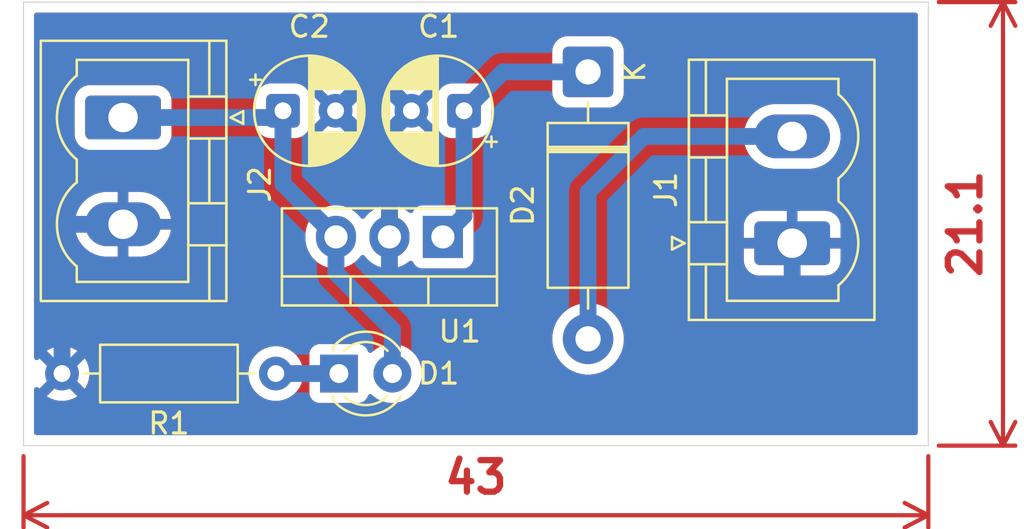
<source format=kicad_pcb>
(kicad_pcb (version 20241229) (generator "pcbnew") (generator_version "9.0")
  (layers (0 "F.Cu" signal) (2 "B.Cu" signal) (13 "F.Paste" user) (15 "B.Paste" user) (5 "F.SilkS" user "F.Silkscreen") (7 "B.SilkS" user "B.Silkscreen") (1 "F.Mask" user) (3 "B.Mask" user) (25 "Edge.Cuts" user))
  (net 0 "")
  (net 1 "Net-(D2-K)")
  (net 2 "GND")
  (net 3 "Net-(D1-A)")
  (net 4 "Net-(D1-K)")
  (net 5 "Net-(D2-A)")
  (footprint "Diode_THT:D_DO-15_P12.70mm_Horizontal" (layer "F.Cu") (at 125.6 91.65 -90)
    (property "Reference" "D2" (at 6.35 3.1 90) (layer "F.SilkS"))
    (property "Value" "D")
    (fp_line (start 1.44 0) (end 2.43 0) (stroke (width 0.12)) (layer "F.SilkS"))
    (fp_line (start 11.26 0) (end 10.27 0) (stroke (width 0.12)) (layer "F.SilkS"))
    (fp_line (start 3.57 -1.92) (end 3.57 1.92) (stroke (width 0.12)) (layer "F.SilkS"))
    (fp_line (start 3.69 -1.92) (end 3.69 1.92) (stroke (width 0.12)) (layer "F.SilkS"))
    (fp_line (start 3.81 -1.92) (end 3.81 1.92) (stroke (width 0.12)) (layer "F.SilkS"))
    (fp_rect (start 2.43 -1.92) (end 10.27 1.92) (stroke (width 0.12)) (fill no) (layer "F.SilkS"))
    (fp_text user "K" (at 0 -2.2 90) (layer "F.SilkS"))
    (pad "1" thru_hole roundrect (at 0 0 270) (size 2.4 2.4) (drill 1.2) (layers "*.Cu" "*.Mask") (roundrect_rratio 0.104167) (net 1 "Net-(D2-K)"))
    (pad "2" thru_hole circle (at 12.7 0 270) (size 2.4 2.4) (drill 1.2) (layers "*.Cu" "*.Mask") (net 5 "Net-(D2-A)"))
  )
  (footprint "LED_THT:LED_D3.0mm_FlatTop" (layer "F.Cu") (at 113.76 106)
    (property "Reference" "D1" (at 4.74 0 0) (layer "F.SilkS"))
    (property "Value" "LED")
    (fp_line (start -0.29 -1.236) (end -0.29 -1.08) (stroke (width 0.12)) (layer "F.SilkS"))
    (fp_line (start -0.29 1.08) (end -0.29 1.236) (stroke (width 0.12)) (layer "F.SilkS"))
    (fp_arc (start -0.29 -1.235516) (mid 1.36566 -1.987699) (end 2.941437 -1.08) (stroke (width 0.12)) (layer "F.SilkS"))
    (fp_arc (start 0.229039 -1.08) (mid 1.27 -1.5) (end 2.310961 -1.08) (stroke (width 0.12)) (layer "F.SilkS"))
    (fp_arc (start 2.310961 1.08) (mid 1.27 1.5) (end 0.229039 1.08) (stroke (width 0.12)) (layer "F.SilkS"))
    (fp_arc (start 2.941437 1.08) (mid 1.36566 1.987699) (end -0.29 1.235516) (stroke (width 0.12)) (layer "F.SilkS"))
    (pad "1" thru_hole rect (at 0 0) (size 1.8 1.8) (drill 0.9) (layers "*.Cu" "*.Mask") (net 4 "Net-(D1-K)"))
    (pad "2" thru_hole circle (at 2.54 0) (size 1.8 1.8) (drill 0.9) (layers "*.Cu" "*.Mask") (net 3 "Net-(D1-A)"))
  )
  (footprint "Connector_Phoenix_MSTB:PhoenixContact_MSTBVA_2,5_2-G-5,08_1x02_P5.08mm_Vertical" (layer "F.Cu") (at 103.5 93.82 -90)
    (property "Reference" "J2" (at 3.18 -6.5 90) (layer "F.SilkS"))
    (property "Value" "Conn_01x02_Socket")
    (fp_line (start -2.74 2.2) (end -2.74 -3.1) (stroke (width 0.12)) (layer "F.SilkS"))
    (fp_line (start -2 2.2) (end -2.74 2.2) (stroke (width 0.12)) (layer "F.SilkS"))
    (fp_line (start 2 2.2) (end 3.08 2.2) (stroke (width 0.12)) (layer "F.SilkS"))
    (fp_line (start 7.82 2.2) (end 7.08 2.2) (stroke (width 0.12)) (layer "F.SilkS"))
    (fp_line (start -2.74 -3.1) (end 7.82 -3.1) (stroke (width 0.12)) (layer "F.SilkS"))
    (fp_line (start 7.82 -3.1) (end 7.82 2.2) (stroke (width 0.12)) (layer "F.SilkS"))
    (fp_line (start -3.65 -4.1) (end -1.11 -4.1) (stroke (width 0.12)) (layer "F.SilkS"))
    (fp_line (start 1 -4.1) (end 4.08 -4.1) (stroke (width 0.12)) (layer "F.SilkS"))
    (fp_line (start 8.73 -4.1) (end 6.19 -4.1) (stroke (width 0.12)) (layer "F.SilkS"))
    (fp_line (start 0 -5.11) (end -0.3 -5.71) (stroke (width 0.12)) (layer "F.SilkS"))
    (fp_line (start -0.3 -5.71) (end 0.3 -5.71) (stroke (width 0.12)) (layer "F.SilkS"))
    (fp_line (start 0.3 -5.71) (end 0 -5.11) (stroke (width 0.12)) (layer "F.SilkS"))
    (fp_rect (start -3.65 -4.91) (end 8.73 3.91) (stroke (width 0.12)) (fill no) (layer "F.SilkS"))
    (fp_rect (start -1 -4.91) (end 1 -3.1) (stroke (width 0.12)) (fill no) (layer "F.SilkS"))
    (fp_rect (start 4.08 -4.91) (end 6.08 -3.1) (stroke (width 0.12)) (fill no) (layer "F.SilkS"))
    (fp_arc (start 1.986842 2.215821) (mid -0.010289 3.142758) (end -2 2.2) (stroke (width 0.12)) (layer "F.SilkS"))
    (fp_arc (start 7.066842 2.215821) (mid 5.069711 3.142758) (end 3.08 2.2) (stroke (width 0.12)) (layer "F.SilkS"))
    (pad "1" thru_hole roundrect (at 0 0 270) (size 2.08 3.6) (drill 1.4) (layers "*.Cu" "*.Mask") (roundrect_rratio 0.120192) (net 3 "Net-(D1-A)"))
    (pad "2" thru_hole oval (at 5.08 0 270) (size 2.08 3.6) (drill 1.4) (layers "*.Cu" "*.Mask") (net 2 "GND"))
  )
  (footprint "Resistor_THT:R_Axial_DIN0207_L6.3mm_D2.5mm_P10.16mm_Horizontal" (layer "F.Cu") (at 110.76 106 180)
    (property "Reference" "R1" (at 5.08 -2.37 0) (layer "F.SilkS"))
    (property "Value" "R")
    (fp_line (start 9.12 0) (end 8.35 0) (stroke (width 0.12)) (layer "F.SilkS"))
    (fp_line (start 1.04 0) (end 1.81 0) (stroke (width 0.12)) (layer "F.SilkS"))
    (fp_rect (start 1.81 -1.37) (end 8.35 1.37) (stroke (width 0.12)) (fill no) (layer "F.SilkS"))
    (pad "1" thru_hole circle (at 0 0 180) (size 1.6 1.6) (drill 0.8) (layers "*.Cu" "*.Mask") (net 4 "Net-(D1-K)"))
    (pad "2" thru_hole circle (at 10.16 0 180) (size 1.6 1.6) (drill 0.8) (layers "*.Cu" "*.Mask") (net 2 "GND"))
  )
  (footprint "Connector_Phoenix_MSTB:PhoenixContact_MSTBVA_2,5_2-G-5,08_1x02_P5.08mm_Vertical" (layer "F.Cu") (at 135.3 99.8 90)
    (property "Reference" "J1" (at 2.54 -6 90) (layer "F.SilkS"))
    (property "Value" "Conn_01x02_Socket")
    (fp_line (start 0.3 -5.71) (end 0 -5.11) (stroke (width 0.12)) (layer "F.SilkS"))
    (fp_line (start -0.3 -5.71) (end 0.3 -5.71) (stroke (width 0.12)) (layer "F.SilkS"))
    (fp_line (start 0 -5.11) (end -0.3 -5.71) (stroke (width 0.12)) (layer "F.SilkS"))
    (fp_line (start 8.73 -4.1) (end 6.19 -4.1) (stroke (width 0.12)) (layer "F.SilkS"))
    (fp_line (start 1 -4.1) (end 4.08 -4.1) (stroke (width 0.12)) (layer "F.SilkS"))
    (fp_line (start -3.65 -4.1) (end -1.11 -4.1) (stroke (width 0.12)) (layer "F.SilkS"))
    (fp_line (start 7.82 -3.1) (end 7.82 2.2) (stroke (width 0.12)) (layer "F.SilkS"))
    (fp_line (start -2.74 -3.1) (end 7.82 -3.1) (stroke (width 0.12)) (layer "F.SilkS"))
    (fp_line (start 7.82 2.2) (end 7.08 2.2) (stroke (width 0.12)) (layer "F.SilkS"))
    (fp_line (start 2 2.2) (end 3.08 2.2) (stroke (width 0.12)) (layer "F.SilkS"))
    (fp_line (start -2 2.2) (end -2.74 2.2) (stroke (width 0.12)) (layer "F.SilkS"))
    (fp_line (start -2.74 2.2) (end -2.74 -3.1) (stroke (width 0.12)) (layer "F.SilkS"))
    (fp_rect (start 4.08 -4.91) (end 6.08 -3.1) (stroke (width 0.12)) (fill no) (layer "F.SilkS"))
    (fp_rect (start -1 -4.91) (end 1 -3.1) (stroke (width 0.12)) (fill no) (layer "F.SilkS"))
    (fp_rect (start -3.65 -4.91) (end 8.73 3.91) (stroke (width 0.12)) (fill no) (layer "F.SilkS"))
    (fp_arc (start 7.066842 2.215821) (mid 5.069711 3.142758) (end 3.08 2.2) (stroke (width 0.12)) (layer "F.SilkS"))
    (fp_arc (start 1.986842 2.215821) (mid -0.010289 3.142758) (end -2 2.2) (stroke (width 0.12)) (layer "F.SilkS"))
    (pad "1" thru_hole roundrect (at 0 0 90) (size 2.08 3.6) (drill 1.4) (layers "*.Cu" "*.Mask") (roundrect_rratio 0.120192) (net 2 "GND"))
    (pad "2" thru_hole oval (at 5.08 0 90) (size 2.08 3.6) (drill 1.4) (layers "*.Cu" "*.Mask") (net 5 "Net-(D2-A)"))
  )
  (footprint "Capacitor_THT:CP_Radial_D5.0mm_P2.50mm" (layer "F.Cu") (at 119.7051 93.5 180)
    (property "Reference" "C1" (at 1.2051 4 0) (layer "F.SilkS"))
    (property "Value" "100uF/25v")
    (fp_line (start 3.85 -0.283) (end 3.85 0.283) (stroke (width 0.12)) (layer "F.SilkS"))
    (fp_line (start 3.81 -0.517) (end 3.81 0.517) (stroke (width 0.12)) (layer "F.SilkS"))
    (fp_line (start 3.77 -0.677) (end 3.77 0.677) (stroke (width 0.12)) (layer "F.SilkS"))
    (fp_line (start 3.73 -0.805) (end 3.73 0.805) (stroke (width 0.12)) (layer "F.SilkS"))
    (fp_line (start 3.69 -0.914) (end 3.69 0.914) (stroke (width 0.12)) (layer "F.SilkS"))
    (fp_line (start 3.65 -1.011) (end 3.65 1.011) (stroke (width 0.12)) (layer "F.SilkS"))
    (fp_line (start 3.61 -1.098) (end 3.61 1.098) (stroke (width 0.12)) (layer "F.SilkS"))
    (fp_line (start 3.57 -1.177) (end 3.57 1.177) (stroke (width 0.12)) (layer "F.SilkS"))
    (fp_line (start 3.53 1.04) (end 3.53 1.251) (stroke (width 0.12)) (layer "F.SilkS"))
    (fp_line (start 3.53 -1.251) (end 3.53 -1.04) (stroke (width 0.12)) (layer "F.SilkS"))
    (fp_line (start 3.49 1.04) (end 3.49 1.319) (stroke (width 0.12)) (layer "F.SilkS"))
    (fp_line (start 3.49 -1.319) (end 3.49 -1.04) (stroke (width 0.12)) (layer "F.SilkS"))
    (fp_line (start 3.45 1.04) (end 3.45 1.383) (stroke (width 0.12)) (layer "F.SilkS"))
    (fp_line (start 3.45 -1.383) (end 3.45 -1.04) (stroke (width 0.12)) (layer "F.SilkS"))
    (fp_line (start 3.41 1.04) (end 3.41 1.443) (stroke (width 0.12)) (layer "F.SilkS"))
    (fp_line (start 3.41 -1.443) (end 3.41 -1.04) (stroke (width 0.12)) (layer "F.SilkS"))
    (fp_line (start 3.37 1.04) (end 3.37 1.499) (stroke (width 0.12)) (layer "F.SilkS"))
    (fp_line (start 3.37 -1.499) (end 3.37 -1.04) (stroke (width 0.12)) (layer "F.SilkS"))
    (fp_line (start 3.33 1.04) (end 3.33 1.553) (stroke (width 0.12)) (layer "F.SilkS"))
    (fp_line (start 3.33 -1.553) (end 3.33 -1.04) (stroke (width 0.12)) (layer "F.SilkS"))
    (fp_line (start 3.29 1.04) (end 3.29 1.604) (stroke (width 0.12)) (layer "F.SilkS"))
    (fp_line (start 3.29 -1.604) (end 3.29 -1.04) (stroke (width 0.12)) (layer "F.SilkS"))
    (fp_line (start 3.25 1.04) (end 3.25 1.652) (stroke (width 0.12)) (layer "F.SilkS"))
    (fp_line (start 3.25 -1.652) (end 3.25 -1.04) (stroke (width 0.12)) (layer "F.SilkS"))
    (fp_line (start 3.21 1.04) (end 3.21 1.699) (stroke (width 0.12)) (layer "F.SilkS"))
    (fp_line (start 3.21 -1.699) (end 3.21 -1.04) (stroke (width 0.12)) (layer "F.SilkS"))
    (fp_line (start 3.17 1.04) (end 3.17 1.743) (stroke (width 0.12)) (layer "F.SilkS"))
    (fp_line (start 3.17 -1.743) (end 3.17 -1.04) (stroke (width 0.12)) (layer "F.SilkS"))
    (fp_line (start 3.13 1.04) (end 3.13 1.785) (stroke (width 0.12)) (layer "F.SilkS"))
    (fp_line (start 3.13 -1.785) (end 3.13 -1.04) (stroke (width 0.12)) (layer "F.SilkS"))
    (fp_line (start 3.09 1.04) (end 3.09 1.825) (stroke (width 0.12)) (layer "F.SilkS"))
    (fp_line (start 3.09 -1.825) (end 3.09 -1.04) (stroke (width 0.12)) (layer "F.SilkS"))
    (fp_line (start 3.05 1.04) (end 3.05 1.864) (stroke (width 0.12)) (layer "F.SilkS"))
    (fp_line (start 3.05 -1.864) (end 3.05 -1.04) (stroke (width 0.12)) (layer "F.SilkS"))
    (fp_line (start 3.01 1.04) (end 3.01 1.901) (stroke (width 0.12)) (layer "F.SilkS"))
    (fp_line (start 3.01 -1.901) (end 3.01 -1.04) (stroke (width 0.12)) (layer "F.SilkS"))
    (fp_line (start 2.97 1.04) (end 2.97 1.936) (stroke (width 0.12)) (layer "F.SilkS"))
    (fp_line (start 2.97 -1.936) (end 2.97 -1.04) (stroke (width 0.12)) (layer "F.SilkS"))
    (fp_line (start 2.93 1.04) (end 2.93 1.97) (stroke (width 0.12)) (layer "F.SilkS"))
    (fp_line (start 2.93 -1.97) (end 2.93 -1.04) (stroke (width 0.12)) (layer "F.SilkS"))
    (fp_line (start 2.89 1.04) (end 2.89 2.003) (stroke (width 0.12)) (layer "F.SilkS"))
    (fp_line (start 2.89 -2.003) (end 2.89 -1.04) (stroke (width 0.12)) (layer "F.SilkS"))
    (fp_line (start 2.85 1.04) (end 2.85 2.035) (stroke (width 0.12)) (layer "F.SilkS"))
    (fp_line (start 2.85 -2.035) (end 2.85 -1.04) (stroke (width 0.12)) (layer "F.SilkS"))
    (fp_line (start 2.81 1.04) (end 2.81 2.065) (stroke (width 0.12)) (layer "F.SilkS"))
    (fp_line (start 2.81 -2.065) (end 2.81 -1.04) (stroke (width 0.12)) (layer "F.SilkS"))
    (fp_line (start 2.77 1.04) (end 2.77 2.094) (stroke (width 0.12)) (layer "F.SilkS"))
    (fp_line (start 2.77 -2.094) (end 2.77 -1.04) (stroke (width 0.12)) (layer "F.SilkS"))
    (fp_line (start 2.73 1.04) (end 2.73 2.122) (stroke (width 0.12)) (layer "F.SilkS"))
    (fp_line (start 2.73 -2.122) (end 2.73 -1.04) (stroke (width 0.12)) (layer "F.SilkS"))
    (fp_line (start 2.69 1.04) (end 2.69 2.149) (stroke (width 0.12)) (layer "F.SilkS"))
    (fp_line (start 2.69 -2.149) (end 2.69 -1.04) (stroke (width 0.12)) (layer "F.SilkS"))
    (fp_line (start 2.65 1.04) (end 2.65 2.175) (stroke (width 0.12)) (layer "F.SilkS"))
    (fp_line (start 2.65 -2.175) (end 2.65 -1.04) (stroke (width 0.12)) (layer "F.SilkS"))
    (fp_line (start 2.61 1.04) (end 2.61 2.199) (stroke (width 0.12)) (layer "F.SilkS"))
    (fp_line (start 2.61 -2.199) (end 2.61 -1.04) (stroke (width 0.12)) (layer "F.SilkS"))
    (fp_line (start 2.57 1.04) (end 2.57 2.223) (stroke (width 0.12)) (layer "F.SilkS"))
    (fp_line (start 2.57 -2.223) (end 2.57 -1.04) (stroke (width 0.12)) (layer "F.SilkS"))
    (fp_line (start 2.53 1.04) (end 2.53 2.246) (stroke (width 0.12)) (layer "F.SilkS"))
    (fp_line (start 2.53 -2.246) (end 2.53 -1.04) (stroke (width 0.12)) (layer "F.SilkS"))
    (fp_line (start 2.49 1.04) (end 2.49 2.268) (stroke (width 0.12)) (layer "F.SilkS"))
    (fp_line (start 2.49 -2.268) (end 2.49 -1.04) (stroke (width 0.12)) (layer "F.SilkS"))
    (fp_line (start 2.45 1.04) (end 2.45 2.289) (stroke (width 0.12)) (layer "F.SilkS"))
    (fp_line (start 2.45 -2.289) (end 2.45 -1.04) (stroke (width 0.12)) (layer "F.SilkS"))
    (fp_line (start 2.41 1.04) (end 2.41 2.309) (stroke (width 0.12)) (layer "F.SilkS"))
    (fp_line (start 2.41 -2.309) (end 2.41 -1.04) (stroke (width 0.12)) (layer "F.SilkS"))
    (fp_line (start 2.37 1.04) (end 2.37 2.329) (stroke (width 0.12)) (layer "F.SilkS"))
    (fp_line (start 2.37 -2.329) (end 2.37 -1.04) (stroke (width 0.12)) (layer "F.SilkS"))
    (fp_line (start 2.33 1.04) (end 2.33 2.347) (stroke (width 0.12)) (layer "F.SilkS"))
    (fp_line (start 2.33 -2.347) (end 2.33 -1.04) (stroke (width 0.12)) (layer "F.SilkS"))
    (fp_line (start 2.29 1.04) (end 2.29 2.365) (stroke (width 0.12)) (layer "F.SilkS"))
    (fp_line (start 2.29 -2.365) (end 2.29 -1.04) (stroke (width 0.12)) (layer "F.SilkS"))
    (fp_line (start 2.25 1.04) (end 2.25 2.382) (stroke (width 0.12)) (layer "F.SilkS"))
    (fp_line (start 2.25 -2.382) (end 2.25 -1.04) (stroke (width 0.12)) (layer "F.SilkS"))
    (fp_line (start 2.21 1.04) (end 2.21 2.398) (stroke (width 0.12)) (layer "F.SilkS"))
    (fp_line (start 2.21 -2.398) (end 2.21 -1.04) (stroke (width 0.12)) (layer "F.SilkS"))
    (fp_line (start 2.17 1.04) (end 2.17 2.413) (stroke (width 0.12)) (layer "F.SilkS"))
    (fp_line (start 2.17 -2.413) (end 2.17 -1.04) (stroke (width 0.12)) (layer "F.SilkS"))
    (fp_line (start 2.13 1.04) (end 2.13 2.428) (stroke (width 0.12)) (layer "F.SilkS"))
    (fp_line (start 2.13 -2.428) (end 2.13 -1.04) (stroke (width 0.12)) (layer "F.SilkS"))
    (fp_line (start 2.09 1.04) (end 2.09 2.442) (stroke (width 0.12)) (layer "F.SilkS"))
    (fp_line (start 2.09 -2.442) (end 2.09 -1.04) (stroke (width 0.12)) (layer "F.SilkS"))
    (fp_line (start 2.05 1.04) (end 2.05 2.455) (stroke (width 0.12)) (layer "F.SilkS"))
    (fp_line (start 2.05 -2.455) (end 2.05 -1.04) (stroke (width 0.12)) (layer "F.SilkS"))
    (fp_line (start 2.01 1.04) (end 2.01 2.467) (stroke (width 0.12)) (layer "F.SilkS"))
    (fp_line (start 2.01 -2.467) (end 2.01 -1.04) (stroke (width 0.12)) (layer "F.SilkS"))
    (fp_line (start 1.97 1.04) (end 1.97 2.479) (stroke (width 0.12)) (layer "F.SilkS"))
    (fp_line (start 1.97 -2.479) (end 1.97 -1.04) (stroke (width 0.12)) (layer "F.SilkS"))
    (fp_line (start 1.93 1.04) (end 1.93 2.49) (stroke (width 0.12)) (layer "F.SilkS"))
    (fp_line (start 1.93 -2.49) (end 1.93 -1.04) (stroke (width 0.12)) (layer "F.SilkS"))
    (fp_line (start 1.89 1.04) (end 1.89 2.501) (stroke (width 0.12)) (layer "F.SilkS"))
    (fp_line (start 1.89 -2.501) (end 1.89 -1.04) (stroke (width 0.12)) (layer "F.SilkS"))
    (fp_line (start 1.85 1.04) (end 1.85 2.51) (stroke (width 0.12)) (layer "F.SilkS"))
    (fp_line (start 1.85 -2.51) (end 1.85 -1.04) (stroke (width 0.12)) (layer "F.SilkS"))
    (fp_line (start 1.81 1.04) (end 1.81 2.519) (stroke (width 0.12)) (layer "F.SilkS"))
    (fp_line (start 1.81 -2.519) (end 1.81 -1.04) (stroke (width 0.12)) (layer "F.SilkS"))
    (fp_line (start 1.77 1.04) (end 1.77 2.528) (stroke (width 0.12)) (layer "F.SilkS"))
    (fp_line (start 1.77 -2.528) (end 1.77 -1.04) (stroke (width 0.12)) (layer "F.SilkS"))
    (fp_line (start 1.73 1.04) (end 1.73 2.536) (stroke (width 0.12)) (layer "F.SilkS"))
    (fp_line (start 1.73 -2.536) (end 1.73 -1.04) (stroke (width 0.12)) (layer "F.SilkS"))
    (fp_line (start 1.69 1.04) (end 1.69 2.543) (stroke (width 0.12)) (layer "F.SilkS"))
    (fp_line (start 1.69 -2.543) (end 1.69 -1.04) (stroke (width 0.12)) (layer "F.SilkS"))
    (fp_line (start 1.65 1.04) (end 1.65 2.549) (stroke (width 0.12)) (layer "F.SilkS"))
    (fp_line (start 1.65 -2.549) (end 1.65 -1.04) (stroke (width 0.12)) (layer "F.SilkS"))
    (fp_line (start 1.61 1.04) (end 1.61 2.555) (stroke (width 0.12)) (layer "F.SilkS"))
    (fp_line (start 1.61 -2.555) (end 1.61 -1.04) (stroke (width 0.12)) (layer "F.SilkS"))
    (fp_line (start 1.57 1.04) (end 1.57 2.56) (stroke (width 0.12)) (layer "F.SilkS"))
    (fp_line (start 1.57 -2.56) (end 1.57 -1.04) (stroke (width 0.12)) (layer "F.SilkS"))
    (fp_line (start 1.53 1.04) (end 1.53 2.565) (stroke (width 0.12)) (layer "F.SilkS"))
    (fp_line (start 1.53 -2.565) (end 1.53 -1.04) (stroke (width 0.12)) (layer "F.SilkS"))
    (fp_line (start 1.49 1.04) (end 1.49 2.569) (stroke (width 0.12)) (layer "F.SilkS"))
    (fp_line (start 1.49 -2.569) (end 1.49 -1.04) (stroke (width 0.12)) (layer "F.SilkS"))
    (fp_line (start 1.45 -2.572) (end 1.45 2.572) (stroke (width 0.12)) (layer "F.SilkS"))
    (fp_line (start 1.41 -2.575) (end 1.41 2.575) (stroke (width 0.12)) (layer "F.SilkS"))
    (fp_line (start 1.37 -2.577) (end 1.37 2.577) (stroke (width 0.12)) (layer "F.SilkS"))
    (fp_line (start 1.33 -2.579) (end 1.33 2.579) (stroke (width 0.12)) (layer "F.SilkS"))
    (fp_line (start 1.29 -2.58) (end 1.29 2.58) (stroke (width 0.12)) (layer "F.SilkS"))
    (fp_line (start 1.25 -2.58) (end 1.25 2.58) (stroke (width 0.12)) (layer "F.SilkS"))
    (fp_line (start -1.304775 -1.725) (end -1.304775 -1.225) (stroke (width 0.12)) (layer "F.SilkS"))
    (fp_line (start -1.554775 -1.475) (end -1.054775 -1.475) (stroke (width 0.12)) (layer "F.SilkS"))
    (fp_circle (center 1.25 0) (end 3.87 0) (stroke (width 0.12)) (fill no) (layer "F.SilkS"))
    (pad "1" thru_hole roundrect (at 0 0 180) (size 1.6 1.6) (drill 0.8) (layers "*.Cu" "*.Mask") (roundrect_rratio 0.15625) (net 1 "Net-(D2-K)"))
    (pad "2" thru_hole circle (at 2.5 0 180) (size 1.6 1.6) (drill 0.8) (layers "*.Cu" "*.Mask") (net 2 "GND"))
  )
  (footprint "Capacitor_THT:CP_Radial_D5.0mm_P2.50mm" (layer "F.Cu") (at 111.1 93.5)
    (property "Reference" "C2" (at 1.25 -4 0) (layer "F.SilkS"))
    (property "Value" "10uF/10v")
    (fp_line (start -1.554775 -1.475) (end -1.054775 -1.475) (stroke (width 0.12)) (layer "F.SilkS"))
    (fp_line (start -1.304775 -1.725) (end -1.304775 -1.225) (stroke (width 0.12)) (layer "F.SilkS"))
    (fp_line (start 1.25 -2.58) (end 1.25 2.58) (stroke (width 0.12)) (layer "F.SilkS"))
    (fp_line (start 1.29 -2.58) (end 1.29 2.58) (stroke (width 0.12)) (layer "F.SilkS"))
    (fp_line (start 1.33 -2.579) (end 1.33 2.579) (stroke (width 0.12)) (layer "F.SilkS"))
    (fp_line (start 1.37 -2.577) (end 1.37 2.577) (stroke (width 0.12)) (layer "F.SilkS"))
    (fp_line (start 1.41 -2.575) (end 1.41 2.575) (stroke (width 0.12)) (layer "F.SilkS"))
    (fp_line (start 1.45 -2.572) (end 1.45 2.572) (stroke (width 0.12)) (layer "F.SilkS"))
    (fp_line (start 1.49 -2.569) (end 1.49 -1.04) (stroke (width 0.12)) (layer "F.SilkS"))
    (fp_line (start 1.49 1.04) (end 1.49 2.569) (stroke (width 0.12)) (layer "F.SilkS"))
    (fp_line (start 1.53 -2.565) (end 1.53 -1.04) (stroke (width 0.12)) (layer "F.SilkS"))
    (fp_line (start 1.53 1.04) (end 1.53 2.565) (stroke (width 0.12)) (layer "F.SilkS"))
    (fp_line (start 1.57 -2.56) (end 1.57 -1.04) (stroke (width 0.12)) (layer "F.SilkS"))
    (fp_line (start 1.57 1.04) (end 1.57 2.56) (stroke (width 0.12)) (layer "F.SilkS"))
    (fp_line (start 1.61 -2.555) (end 1.61 -1.04) (stroke (width 0.12)) (layer "F.SilkS"))
    (fp_line (start 1.61 1.04) (end 1.61 2.555) (stroke (width 0.12)) (layer "F.SilkS"))
    (fp_line (start 1.65 -2.549) (end 1.65 -1.04) (stroke (width 0.12)) (layer "F.SilkS"))
    (fp_line (start 1.65 1.04) (end 1.65 2.549) (stroke (width 0.12)) (layer "F.SilkS"))
    (fp_line (start 1.69 -2.543) (end 1.69 -1.04) (stroke (width 0.12)) (layer "F.SilkS"))
    (fp_line (start 1.69 1.04) (end 1.69 2.543) (stroke (width 0.12)) (layer "F.SilkS"))
    (fp_line (start 1.73 -2.536) (end 1.73 -1.04) (stroke (width 0.12)) (layer "F.SilkS"))
    (fp_line (start 1.73 1.04) (end 1.73 2.536) (stroke (width 0.12)) (layer "F.SilkS"))
    (fp_line (start 1.77 -2.528) (end 1.77 -1.04) (stroke (width 0.12)) (layer "F.SilkS"))
    (fp_line (start 1.77 1.04) (end 1.77 2.528) (stroke (width 0.12)) (layer "F.SilkS"))
    (fp_line (start 1.81 -2.519) (end 1.81 -1.04) (stroke (width 0.12)) (layer "F.SilkS"))
    (fp_line (start 1.81 1.04) (end 1.81 2.519) (stroke (width 0.12)) (layer "F.SilkS"))
    (fp_line (start 1.85 -2.51) (end 1.85 -1.04) (stroke (width 0.12)) (layer "F.SilkS"))
    (fp_line (start 1.85 1.04) (end 1.85 2.51) (stroke (width 0.12)) (layer "F.SilkS"))
    (fp_line (start 1.89 -2.501) (end 1.89 -1.04) (stroke (width 0.12)) (layer "F.SilkS"))
    (fp_line (start 1.89 1.04) (end 1.89 2.501) (stroke (width 0.12)) (layer "F.SilkS"))
    (fp_line (start 1.93 -2.49) (end 1.93 -1.04) (stroke (width 0.12)) (layer "F.SilkS"))
    (fp_line (start 1.93 1.04) (end 1.93 2.49) (stroke (width 0.12)) (layer "F.SilkS"))
    (fp_line (start 1.97 -2.479) (end 1.97 -1.04) (stroke (width 0.12)) (layer "F.SilkS"))
    (fp_line (start 1.97 1.04) (end 1.97 2.479) (stroke (width 0.12)) (layer "F.SilkS"))
    (fp_line (start 2.01 -2.467) (end 2.01 -1.04) (stroke (width 0.12)) (layer "F.SilkS"))
    (fp_line (start 2.01 1.04) (end 2.01 2.467) (stroke (width 0.12)) (layer "F.SilkS"))
    (fp_line (start 2.05 -2.455) (end 2.05 -1.04) (stroke (width 0.12)) (layer "F.SilkS"))
    (fp_line (start 2.05 1.04) (end 2.05 2.455) (stroke (width 0.12)) (layer "F.SilkS"))
    (fp_line (start 2.09 -2.442) (end 2.09 -1.04) (stroke (width 0.12)) (layer "F.SilkS"))
    (fp_line (start 2.09 1.04) (end 2.09 2.442) (stroke (width 0.12)) (layer "F.SilkS"))
    (fp_line (start 2.13 -2.428) (end 2.13 -1.04) (stroke (width 0.12)) (layer "F.SilkS"))
    (fp_line (start 2.13 1.04) (end 2.13 2.428) (stroke (width 0.12)) (layer "F.SilkS"))
    (fp_line (start 2.17 -2.413) (end 2.17 -1.04) (stroke (width 0.12)) (layer "F.SilkS"))
    (fp_line (start 2.17 1.04) (end 2.17 2.413) (stroke (width 0.12)) (layer "F.SilkS"))
    (fp_line (start 2.21 -2.398) (end 2.21 -1.04) (stroke (width 0.12)) (layer "F.SilkS"))
    (fp_line (start 2.21 1.04) (end 2.21 2.398) (stroke (width 0.12)) (layer "F.SilkS"))
    (fp_line (start 2.25 -2.382) (end 2.25 -1.04) (stroke (width 0.12)) (layer "F.SilkS"))
    (fp_line (start 2.25 1.04) (end 2.25 2.382) (stroke (width 0.12)) (layer "F.SilkS"))
    (fp_line (start 2.29 -2.365) (end 2.29 -1.04) (stroke (width 0.12)) (layer "F.SilkS"))
    (fp_line (start 2.29 1.04) (end 2.29 2.365) (stroke (width 0.12)) (layer "F.SilkS"))
    (fp_line (start 2.33 -2.347) (end 2.33 -1.04) (stroke (width 0.12)) (layer "F.SilkS"))
    (fp_line (start 2.33 1.04) (end 2.33 2.347) (stroke (width 0.12)) (layer "F.SilkS"))
    (fp_line (start 2.37 -2.329) (end 2.37 -1.04) (stroke (width 0.12)) (layer "F.SilkS"))
    (fp_line (start 2.37 1.04) (end 2.37 2.329) (stroke (width 0.12)) (layer "F.SilkS"))
    (fp_line (start 2.41 -2.309) (end 2.41 -1.04) (stroke (width 0.12)) (layer "F.SilkS"))
    (fp_line (start 2.41 1.04) (end 2.41 2.309) (stroke (width 0.12)) (layer "F.SilkS"))
    (fp_line (start 2.45 -2.289) (end 2.45 -1.04) (stroke (width 0.12)) (layer "F.SilkS"))
    (fp_line (start 2.45 1.04) (end 2.45 2.289) (stroke (width 0.12)) (layer "F.SilkS"))
    (fp_line (start 2.49 -2.268) (end 2.49 -1.04) (stroke (width 0.12)) (layer "F.SilkS"))
    (fp_line (start 2.49 1.04) (end 2.49 2.268) (stroke (width 0.12)) (layer "F.SilkS"))
    (fp_line (start 2.53 -2.246) (end 2.53 -1.04) (stroke (width 0.12)) (layer "F.SilkS"))
    (fp_line (start 2.53 1.04) (end 2.53 2.246) (stroke (width 0.12)) (layer "F.SilkS"))
    (fp_line (start 2.57 -2.223) (end 2.57 -1.04) (stroke (width 0.12)) (layer "F.SilkS"))
    (fp_line (start 2.57 1.04) (end 2.57 2.223) (stroke (width 0.12)) (layer "F.SilkS"))
    (fp_line (start 2.61 -2.199) (end 2.61 -1.04) (stroke (width 0.12)) (layer "F.SilkS"))
    (fp_line (start 2.61 1.04) (end 2.61 2.199) (stroke (width 0.12)) (layer "F.SilkS"))
    (fp_line (start 2.65 -2.175) (end 2.65 -1.04) (stroke (width 0.12)) (layer "F.SilkS"))
    (fp_line (start 2.65 1.04) (end 2.65 2.175) (stroke (width 0.12)) (layer "F.SilkS"))
    (fp_line (start 2.69 -2.149) (end 2.69 -1.04) (stroke (width 0.12)) (layer "F.SilkS"))
    (fp_line (start 2.69 1.04) (end 2.69 2.149) (stroke (width 0.12)) (layer "F.SilkS"))
    (fp_line (start 2.73 -2.122) (end 2.73 -1.04) (stroke (width 0.12)) (layer "F.SilkS"))
    (fp_line (start 2.73 1.04) (end 2.73 2.122) (stroke (width 0.12)) (layer "F.SilkS"))
    (fp_line (start 2.77 -2.094) (end 2.77 -1.04) (stroke (width 0.12)) (layer "F.SilkS"))
    (fp_line (start 2.77 1.04) (end 2.77 2.094) (stroke (width 0.12)) (layer "F.SilkS"))
    (fp_line (start 2.81 -2.065) (end 2.81 -1.04) (stroke (width 0.12)) (layer "F.SilkS"))
    (fp_line (start 2.81 1.04) (end 2.81 2.065) (stroke (width 0.12)) (layer "F.SilkS"))
    (fp_line (start 2.85 -2.035) (end 2.85 -1.04) (stroke (width 0.12)) (layer "F.SilkS"))
    (fp_line (start 2.85 1.04) (end 2.85 2.035) (stroke (width 0.12)) (layer "F.SilkS"))
    (fp_line (start 2.89 -2.003) (end 2.89 -1.04) (stroke (width 0.12)) (layer "F.SilkS"))
    (fp_line (start 2.89 1.04) (end 2.89 2.003) (stroke (width 0.12)) (layer "F.SilkS"))
    (fp_line (start 2.93 -1.97) (end 2.93 -1.04) (stroke (width 0.12)) (layer "F.SilkS"))
    (fp_line (start 2.93 1.04) (end 2.93 1.97) (stroke (width 0.12)) (layer "F.SilkS"))
    (fp_line (start 2.97 -1.936) (end 2.97 -1.04) (stroke (width 0.12)) (layer "F.SilkS"))
    (fp_line (start 2.97 1.04) (end 2.97 1.936) (stroke (width 0.12)) (layer "F.SilkS"))
    (fp_line (start 3.01 -1.901) (end 3.01 -1.04) (stroke (width 0.12)) (layer "F.SilkS"))
    (fp_line (start 3.01 1.04) (end 3.01 1.901) (stroke (width 0.12)) (layer "F.SilkS"))
    (fp_line (start 3.05 -1.864) (end 3.05 -1.04) (stroke (width 0.12)) (layer "F.SilkS"))
    (fp_line (start 3.05 1.04) (end 3.05 1.864) (stroke (width 0.12)) (layer "F.SilkS"))
    (fp_line (start 3.09 -1.825) (end 3.09 -1.04) (stroke (width 0.12)) (layer "F.SilkS"))
    (fp_line (start 3.09 1.04) (end 3.09 1.825) (stroke (width 0.12)) (layer "F.SilkS"))
    (fp_line (start 3.13 -1.785) (end 3.13 -1.04) (stroke (width 0.12)) (layer "F.SilkS"))
    (fp_line (start 3.13 1.04) (end 3.13 1.785) (stroke (width 0.12)) (layer "F.SilkS"))
    (fp_line (start 3.17 -1.743) (end 3.17 -1.04) (stroke (width 0.12)) (layer "F.SilkS"))
    (fp_line (start 3.17 1.04) (end 3.17 1.743) (stroke (width 0.12)) (layer "F.SilkS"))
    (fp_line (start 3.21 -1.699) (end 3.21 -1.04) (stroke (width 0.12)) (layer "F.SilkS"))
    (fp_line (start 3.21 1.04) (end 3.21 1.699) (stroke (width 0.12)) (layer "F.SilkS"))
    (fp_line (start 3.25 -1.652) (end 3.25 -1.04) (stroke (width 0.12)) (layer "F.SilkS"))
    (fp_line (start 3.25 1.04) (end 3.25 1.652) (stroke (width 0.12)) (layer "F.SilkS"))
    (fp_line (start 3.29 -1.604) (end 3.29 -1.04) (stroke (width 0.12)) (layer "F.SilkS"))
    (fp_line (start 3.29 1.04) (end 3.29 1.604) (stroke (width 0.12)) (layer "F.SilkS"))
    (fp_line (start 3.33 -1.553) (end 3.33 -1.04) (stroke (width 0.12)) (layer "F.SilkS"))
    (fp_line (start 3.33 1.04) (end 3.33 1.553) (stroke (width 0.12)) (layer "F.SilkS"))
    (fp_line (start 3.37 -1.499) (end 3.37 -1.04) (stroke (width 0.12)) (layer "F.SilkS"))
    (fp_line (start 3.37 1.04) (end 3.37 1.499) (stroke (width 0.12)) (layer "F.SilkS"))
    (fp_line (start 3.41 -1.443) (end 3.41 -1.04) (stroke (width 0.12)) (layer "F.SilkS"))
    (fp_line (start 3.41 1.04) (end 3.41 1.443) (stroke (width 0.12)) (layer "F.SilkS"))
    (fp_line (start 3.45 -1.383) (end 3.45 -1.04) (stroke (width 0.12)) (layer "F.SilkS"))
    (fp_line (start 3.45 1.04) (end 3.45 1.383) (stroke (width 0.12)) (layer "F.SilkS"))
    (fp_line (start 3.49 -1.319) (end 3.49 -1.04) (stroke (width 0.12)) (layer "F.SilkS"))
    (fp_line (start 3.49 1.04) (end 3.49 1.319) (stroke (width 0.12)) (layer "F.SilkS"))
    (fp_line (start 3.53 -1.251) (end 3.53 -1.04) (stroke (width 0.12)) (layer "F.SilkS"))
    (fp_line (start 3.53 1.04) (end 3.53 1.251) (stroke (width 0.12)) (layer "F.SilkS"))
    (fp_line (start 3.57 -1.177) (end 3.57 1.177) (stroke (width 0.12)) (layer "F.SilkS"))
    (fp_line (start 3.61 -1.098) (end 3.61 1.098) (stroke (width 0.12)) (layer "F.SilkS"))
    (fp_line (start 3.65 -1.011) (end 3.65 1.011) (stroke (width 0.12)) (layer "F.SilkS"))
    (fp_line (start 3.69 -0.914) (end 3.69 0.914) (stroke (width 0.12)) (layer "F.SilkS"))
    (fp_line (start 3.73 -0.805) (end 3.73 0.805) (stroke (width 0.12)) (layer "F.SilkS"))
    (fp_line (start 3.77 -0.677) (end 3.77 0.677) (stroke (width 0.12)) (layer "F.SilkS"))
    (fp_line (start 3.81 -0.517) (end 3.81 0.517) (stroke (width 0.12)) (layer "F.SilkS"))
    (fp_line (start 3.85 -0.283) (end 3.85 0.283) (stroke (width 0.12)) (layer "F.SilkS"))
    (fp_circle (center 1.25 0) (end 3.87 0) (stroke (width 0.12)) (fill no) (layer "F.SilkS"))
    (pad "1" thru_hole roundrect (at 0 0) (size 1.6 1.6) (drill 0.8) (layers "*.Cu" "*.Mask") (roundrect_rratio 0.15625) (net 3 "Net-(D1-A)"))
    (pad "2" thru_hole circle (at 2.5 0) (size 1.6 1.6) (drill 0.8) (layers "*.Cu" "*.Mask") (net 2 "GND"))
  )
  (footprint "Package_TO_SOT_THT:TO-220-3_Vertical" (layer "F.Cu") (at 118.7 99.5 180)
    (property "Reference" "U1" (at -0.8 -4.5 0) (layer "F.SilkS"))
    (property "Value" "LM7805_TO220")
    (fp_line (start 7.65 1.36) (end -2.57 1.36) (stroke (width 0.12)) (layer "F.SilkS"))
    (fp_line (start 7.65 -3.26) (end 7.65 1.36) (stroke (width 0.12)) (layer "F.SilkS"))
    (fp_line (start 4.39 -3.26) (end 4.39 -1.88) (stroke (width 0.12)) (layer "F.SilkS"))
    (fp_line (start 0.69 -3.26) (end 0.69 -1.88) (stroke (width 0.12)) (layer "F.SilkS"))
    (fp_line (start -2.57 1.36) (end -2.57 -3.26) (stroke (width 0.12)) (layer "F.SilkS"))
    (fp_line (start -2.57 -1.88) (end 7.65 -1.88) (stroke (width 0.12)) (layer "F.SilkS"))
    (fp_line (start -2.57 -3.26) (end 7.65 -3.26) (stroke (width 0.12)) (layer "F.SilkS"))
    (pad "1" thru_hole rect (at 0 0 180) (size 1.905 2) (drill 1.1) (layers "*.Cu" "*.Mask") (net 1 "Net-(D2-K)"))
    (pad "2" thru_hole oval (at 2.54 0 180) (size 1.905 2) (drill 1.1) (layers "*.Cu" "*.Mask") (net 2 "GND"))
    (pad "3" thru_hole oval (at 5.08 0 180) (size 1.905 2) (drill 1.1) (layers "*.Cu" "*.Mask") (net 3 "Net-(D1-A)"))
  )
  (gr_rect (start 98.77 88.33) (end 141.77 109.43) (stroke (width 0.05)) (fill no) (layer "Edge.Cuts"))
  (dimension (type orthogonal) (layer "F.Cu") (pts (xy 141.77 109.43) (xy 141.77 88.33)) (height 3.55) (orientation 1) (format (prefix "") (suffix "") (units 3) (units_format 0) (precision 4) (suppress_zeroes yes)) (style (thickness 0.2) (arrow_length 1.27) (text_position_mode 0) (arrow_direction outward) (extension_height 0.58642) (extension_offset 0.5) (keep_text_aligned yes)) (gr_text "21.1" (at 143.52 98.88 90) (layer "F.Cu") (effects (font (size 1.5 1.5) (thickness 0.3)))))
  (dimension (type orthogonal) (layer "F.Cu") (pts (xy 98.77 109.43) (xy 141.77 109.43)) (height 3.31) (orientation 0) (format (prefix "") (suffix "") (units 3) (units_format 0) (precision 4) (suppress_zeroes yes)) (style (thickness 0.2) (arrow_length 1.27) (text_position_mode 0) (arrow_direction outward) (extension_height 0.58642) (extension_offset 0.5) (keep_text_aligned yes)) (gr_text "43" (at 120.27 110.94 0) (layer "F.Cu") (effects (font (size 1.5 1.5) (thickness 0.3)))))
  (segment (start 119.7051 98.4949) (end 118.7 99.5) (width 0.8) (layer "B.Cu") (net 1))
  (segment (start 119.7051 93.5) (end 119.7051 98.4949) (width 0.8) (layer "B.Cu") (net 1))
  (segment (start 121.5551 91.65) (end 119.7051 93.5) (width 0.8) (layer "B.Cu") (net 1))
  (segment (start 125.6 91.65) (end 121.5551 91.65) (width 0.8) (layer "B.Cu") (net 1))
  (segment (start 115.4 91) (end 115.3 91.1) (width 0.8) (layer "B.Cu") (net 2))
  (segment (start 100.6 90.2) (end 101.2 89.6) (width 0.8) (layer "B.Cu") (net 2))
  (segment (start 135.3 99.8) (end 135.3 103.775) (width 0.8) (layer "B.Cu") (net 2))
  (segment (start 115.3 91.1) (end 115.3 91.8) (width 0.8) (layer "B.Cu") (net 2))
  (segment (start 114.1 89.7) (end 115.4 91) (width 0.8) (layer "B.Cu") (net 2))
  (segment (start 116.16 94.5451) (end 117.2051 93.5) (width 0.8) (layer "B.Cu") (net 2))
  (segment (start 122.2 107.375) (end 131.7 107.375) (width 0.8) (layer "B.Cu") (net 2))
  (segment (start 131.7 107.375) (end 135.3 103.775) (width 0.8) (layer "B.Cu") (net 2))
  (segment (start 100.6 90.2) (end 100.6 99.2) (width 0.8) (layer "B.Cu") (net 2))
  (segment (start 116.16 99.5) (end 116.16 96.06) (width 0.8) (layer "B.Cu") (net 2))
  (segment (start 112.3 89.6) (end 112.4 89.7) (width 0.8) (layer "B.Cu") (net 2))
  (segment (start 100.9 98.9) (end 100.6 99.2) (width 0.8) (layer "B.Cu") (net 2))
  (segment (start 116.16 99.5) (end 116.16 101.335) (width 0.8) (layer "B.Cu") (net 2))
  (segment (start 112.4 89.7) (end 114.1 89.7) (width 0.8) (layer "B.Cu") (net 2))
  (segment (start 103.5 98.9) (end 100.9 98.9) (width 0.8) (layer "B.Cu") (net 2))
  (segment (start 117.2051 93.5) (end 115.4 91.6949) (width 0.8) (layer "B.Cu") (net 2))
  (segment (start 100.6 99.2) (end 100.6 106) (width 0.8) (layer "B.Cu") (net 2))
  (segment (start 116.16 96.06) (end 113.6 93.5) (width 0.8) (layer "B.Cu") (net 2))
  (segment (start 101.2 89.6) (end 112.3 89.6) (width 0.8) (layer "B.Cu") (net 2))
  (segment (start 115.3 91.8) (end 113.6 93.5) (width 0.8) (layer "B.Cu") (net 2))
  (segment (start 115.4 91.6949) (end 115.4 91) (width 0.8) (layer "B.Cu") (net 2))
  (segment (start 116.16 99.5) (end 116.16 94.5451) (width 0.8) (layer "B.Cu") (net 2))
  (segment (start 116.16 101.335) (end 122.2 107.375) (width 0.8) (layer "B.Cu") (net 2))
  (segment (start 113.62 99.5) (end 113.62 101.22) (width 0.8) (layer "B.Cu") (net 3))
  (segment (start 113.62 101.22) (end 116.3 103.9) (width 0.8) (layer "B.Cu") (net 3))
  (segment (start 103.5 93.82) (end 110.78 93.82) (width 0.8) (layer "B.Cu") (net 3))
  (segment (start 110.78 93.82) (end 111.1 93.5) (width 0.8) (layer "B.Cu") (net 3))
  (segment (start 116.3 103.9) (end 116.3 106) (width 0.8) (layer "B.Cu") (net 3))
  (segment (start 111.1 93.5) (end 111.1 96.98) (width 0.8) (layer "B.Cu") (net 3))
  (segment (start 111.1 96.98) (end 113.62 99.5) (width 0.8) (layer "B.Cu") (net 3))
  (segment (start 113.76 106) (end 111.08 106) (width 0.8) (layer "B.Cu") (net 4))
  (segment (start 111.08 106) (end 110.88 105.8) (width 0.8) (layer "B.Cu") (net 4))
  (segment (start 125.6 97.37) (end 128.25 94.72) (width 0.8) (layer "B.Cu") (net 5))
  (segment (start 135.3 94.72) (end 128.25 94.72) (width 0.8) (layer "B.Cu") (net 5))
  (segment (start 125.6 104.35) (end 125.6 97.37) (width 0.8) (layer "B.Cu") (net 5))
  (zone (net 2) (net_name "GND") (layers "F.Cu" "B.Cu") (connect_pads (clearance 0.5)) (min_thickness 0.25) (fill yes (thermal_gap 0.5) (thermal_bridge_width 0.5))
    (polygon (pts (xy 98.775 88.35) (xy 141.775 88.325) (xy 141.775 109.425) (xy 98.775 109.425)))
  )
)
</source>
